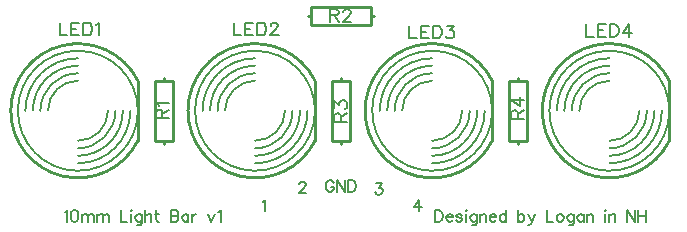
<source format=gto>
G04 Layer: TopSilkLayer*
G04 EasyEDA v6.4.25, 2022-01-16T12:25:19--5:00*
G04 Gerber Generator version 0.2*
G04 Scale: 100 percent, Rotated: No, Reflected: No *
G04 Dimensions in millimeters *
G04 leading zeros omitted , absolute positions ,4 integer and 5 decimal *
%FSLAX45Y45*%
%MOMM*%

%ADD10C,0.2540*%
%ADD15C,0.1270*%
%ADD16C,0.2032*%
%ADD17C,0.1524*%

%LPD*%
D16*
X2938272Y-1610868D02*
G01*
X2933954Y-1601723D01*
X2924809Y-1592834D01*
X2915665Y-1588262D01*
X2897377Y-1588262D01*
X2888488Y-1592834D01*
X2879343Y-1601723D01*
X2874772Y-1610868D01*
X2870200Y-1624584D01*
X2870200Y-1647189D01*
X2874772Y-1660905D01*
X2879343Y-1670050D01*
X2888488Y-1679194D01*
X2897377Y-1683765D01*
X2915665Y-1683765D01*
X2924809Y-1679194D01*
X2933954Y-1670050D01*
X2938272Y-1660905D01*
X2938272Y-1647189D01*
X2915665Y-1647189D02*
G01*
X2938272Y-1647189D01*
X2968497Y-1588262D02*
G01*
X2968497Y-1683765D01*
X2968497Y-1588262D02*
G01*
X3031997Y-1683765D01*
X3031997Y-1588262D02*
G01*
X3031997Y-1683765D01*
X3061970Y-1588262D02*
G01*
X3061970Y-1683765D01*
X3061970Y-1588262D02*
G01*
X3093720Y-1588262D01*
X3107436Y-1592834D01*
X3116579Y-1601723D01*
X3121152Y-1610868D01*
X3125724Y-1624584D01*
X3125724Y-1647189D01*
X3121152Y-1660905D01*
X3116579Y-1670050D01*
X3107436Y-1679194D01*
X3093720Y-1683765D01*
X3061970Y-1683765D01*
X2336800Y-1771395D02*
G01*
X2345943Y-1766823D01*
X2359406Y-1753362D01*
X2359406Y-1848865D01*
X2646172Y-1623568D02*
G01*
X2646172Y-1618995D01*
X2650743Y-1610105D01*
X2655315Y-1605534D01*
X2664206Y-1600962D01*
X2682493Y-1600962D01*
X2691638Y-1605534D01*
X2696209Y-1610105D01*
X2700781Y-1618995D01*
X2700781Y-1628139D01*
X2696209Y-1637284D01*
X2687065Y-1651000D01*
X2641600Y-1696465D01*
X2705354Y-1696465D01*
X3298443Y-1613662D02*
G01*
X3348481Y-1613662D01*
X3321050Y-1649984D01*
X3334765Y-1649984D01*
X3343909Y-1654555D01*
X3348481Y-1659128D01*
X3353054Y-1672589D01*
X3353054Y-1681734D01*
X3348481Y-1695450D01*
X3339338Y-1704594D01*
X3325622Y-1709165D01*
X3311906Y-1709165D01*
X3298443Y-1704594D01*
X3293872Y-1700021D01*
X3289300Y-1690878D01*
X3664965Y-1753362D02*
G01*
X3619500Y-1816862D01*
X3687572Y-1816862D01*
X3664965Y-1753362D02*
G01*
X3664965Y-1848865D01*
X660400Y-1860295D02*
G01*
X669544Y-1855723D01*
X683005Y-1842262D01*
X683005Y-1937765D01*
X740410Y-1842262D02*
G01*
X726694Y-1846834D01*
X717550Y-1860295D01*
X713231Y-1883155D01*
X713231Y-1896618D01*
X717550Y-1919478D01*
X726694Y-1933194D01*
X740410Y-1937765D01*
X749554Y-1937765D01*
X763015Y-1933194D01*
X772160Y-1919478D01*
X776731Y-1896618D01*
X776731Y-1883155D01*
X772160Y-1860295D01*
X763015Y-1846834D01*
X749554Y-1842262D01*
X740410Y-1842262D01*
X806704Y-1874012D02*
G01*
X806704Y-1937765D01*
X806704Y-1892300D02*
G01*
X820420Y-1878584D01*
X829563Y-1874012D01*
X843026Y-1874012D01*
X852170Y-1878584D01*
X856742Y-1892300D01*
X856742Y-1937765D01*
X856742Y-1892300D02*
G01*
X870457Y-1878584D01*
X879602Y-1874012D01*
X893063Y-1874012D01*
X902207Y-1878584D01*
X906779Y-1892300D01*
X906779Y-1937765D01*
X936752Y-1874012D02*
G01*
X936752Y-1937765D01*
X936752Y-1892300D02*
G01*
X950468Y-1878584D01*
X959612Y-1874012D01*
X973073Y-1874012D01*
X982218Y-1878584D01*
X986789Y-1892300D01*
X986789Y-1937765D01*
X986789Y-1892300D02*
G01*
X1000505Y-1878584D01*
X1009395Y-1874012D01*
X1023112Y-1874012D01*
X1032255Y-1878584D01*
X1036828Y-1892300D01*
X1036828Y-1937765D01*
X1136650Y-1842262D02*
G01*
X1136650Y-1937765D01*
X1136650Y-1937765D02*
G01*
X1191260Y-1937765D01*
X1221231Y-1842262D02*
G01*
X1225804Y-1846834D01*
X1230376Y-1842262D01*
X1225804Y-1837689D01*
X1221231Y-1842262D01*
X1225804Y-1874012D02*
G01*
X1225804Y-1937765D01*
X1314957Y-1874012D02*
G01*
X1314957Y-1946655D01*
X1310386Y-1960371D01*
X1305813Y-1964944D01*
X1296670Y-1969515D01*
X1283207Y-1969515D01*
X1274063Y-1964944D01*
X1314957Y-1887728D02*
G01*
X1305813Y-1878584D01*
X1296670Y-1874012D01*
X1283207Y-1874012D01*
X1274063Y-1878584D01*
X1264920Y-1887728D01*
X1260347Y-1901189D01*
X1260347Y-1910334D01*
X1264920Y-1924050D01*
X1274063Y-1933194D01*
X1283207Y-1937765D01*
X1296670Y-1937765D01*
X1305813Y-1933194D01*
X1314957Y-1924050D01*
X1344929Y-1842262D02*
G01*
X1344929Y-1937765D01*
X1344929Y-1892300D02*
G01*
X1358645Y-1878584D01*
X1367789Y-1874012D01*
X1381252Y-1874012D01*
X1390395Y-1878584D01*
X1394968Y-1892300D01*
X1394968Y-1937765D01*
X1438655Y-1842262D02*
G01*
X1438655Y-1919478D01*
X1443228Y-1933194D01*
X1452118Y-1937765D01*
X1461262Y-1937765D01*
X1424939Y-1874012D02*
G01*
X1456689Y-1874012D01*
X1561337Y-1842262D02*
G01*
X1561337Y-1937765D01*
X1561337Y-1842262D02*
G01*
X1602231Y-1842262D01*
X1615947Y-1846834D01*
X1620520Y-1851405D01*
X1624837Y-1860295D01*
X1624837Y-1869439D01*
X1620520Y-1878584D01*
X1615947Y-1883155D01*
X1602231Y-1887728D01*
X1561337Y-1887728D02*
G01*
X1602231Y-1887728D01*
X1615947Y-1892300D01*
X1620520Y-1896618D01*
X1624837Y-1905762D01*
X1624837Y-1919478D01*
X1620520Y-1928621D01*
X1615947Y-1933194D01*
X1602231Y-1937765D01*
X1561337Y-1937765D01*
X1709420Y-1874012D02*
G01*
X1709420Y-1937765D01*
X1709420Y-1887728D02*
G01*
X1700276Y-1878584D01*
X1691386Y-1874012D01*
X1677670Y-1874012D01*
X1668526Y-1878584D01*
X1659381Y-1887728D01*
X1655063Y-1901189D01*
X1655063Y-1910334D01*
X1659381Y-1924050D01*
X1668526Y-1933194D01*
X1677670Y-1937765D01*
X1691386Y-1937765D01*
X1700276Y-1933194D01*
X1709420Y-1924050D01*
X1739392Y-1874012D02*
G01*
X1739392Y-1937765D01*
X1739392Y-1901189D02*
G01*
X1743963Y-1887728D01*
X1753107Y-1878584D01*
X1762252Y-1874012D01*
X1775968Y-1874012D01*
X1875789Y-1874012D02*
G01*
X1903221Y-1937765D01*
X1930400Y-1874012D02*
G01*
X1903221Y-1937765D01*
X1960372Y-1860295D02*
G01*
X1969515Y-1855723D01*
X1983231Y-1842262D01*
X1983231Y-1937765D01*
X3797300Y-1842262D02*
G01*
X3797300Y-1937765D01*
X3797300Y-1842262D02*
G01*
X3829050Y-1842262D01*
X3842765Y-1846834D01*
X3851909Y-1855723D01*
X3856481Y-1864868D01*
X3861054Y-1878584D01*
X3861054Y-1901189D01*
X3856481Y-1914905D01*
X3851909Y-1924050D01*
X3842765Y-1933194D01*
X3829050Y-1937765D01*
X3797300Y-1937765D01*
X3891025Y-1901189D02*
G01*
X3945381Y-1901189D01*
X3945381Y-1892300D01*
X3940809Y-1883155D01*
X3936491Y-1878584D01*
X3927347Y-1874012D01*
X3913631Y-1874012D01*
X3904488Y-1878584D01*
X3895597Y-1887728D01*
X3891025Y-1901189D01*
X3891025Y-1910334D01*
X3895597Y-1924050D01*
X3904488Y-1933194D01*
X3913631Y-1937765D01*
X3927347Y-1937765D01*
X3936491Y-1933194D01*
X3945381Y-1924050D01*
X4025391Y-1887728D02*
G01*
X4020820Y-1878584D01*
X4007358Y-1874012D01*
X3993641Y-1874012D01*
X3979925Y-1878584D01*
X3975608Y-1887728D01*
X3979925Y-1896618D01*
X3989070Y-1901189D01*
X4011929Y-1905762D01*
X4020820Y-1910334D01*
X4025391Y-1919478D01*
X4025391Y-1924050D01*
X4020820Y-1933194D01*
X4007358Y-1937765D01*
X3993641Y-1937765D01*
X3979925Y-1933194D01*
X3975608Y-1924050D01*
X4055363Y-1842262D02*
G01*
X4059936Y-1846834D01*
X4064508Y-1842262D01*
X4059936Y-1837689D01*
X4055363Y-1842262D01*
X4059936Y-1874012D02*
G01*
X4059936Y-1937765D01*
X4149090Y-1874012D02*
G01*
X4149090Y-1946655D01*
X4144518Y-1960371D01*
X4139945Y-1964944D01*
X4131056Y-1969515D01*
X4117340Y-1969515D01*
X4108195Y-1964944D01*
X4149090Y-1887728D02*
G01*
X4139945Y-1878584D01*
X4131056Y-1874012D01*
X4117340Y-1874012D01*
X4108195Y-1878584D01*
X4099052Y-1887728D01*
X4094479Y-1901189D01*
X4094479Y-1910334D01*
X4099052Y-1924050D01*
X4108195Y-1933194D01*
X4117340Y-1937765D01*
X4131056Y-1937765D01*
X4139945Y-1933194D01*
X4149090Y-1924050D01*
X4179061Y-1874012D02*
G01*
X4179061Y-1937765D01*
X4179061Y-1892300D02*
G01*
X4192777Y-1878584D01*
X4201922Y-1874012D01*
X4215384Y-1874012D01*
X4224527Y-1878584D01*
X4229100Y-1892300D01*
X4229100Y-1937765D01*
X4259072Y-1901189D02*
G01*
X4313681Y-1901189D01*
X4313681Y-1892300D01*
X4309109Y-1883155D01*
X4304538Y-1878584D01*
X4295393Y-1874012D01*
X4281931Y-1874012D01*
X4272788Y-1878584D01*
X4263643Y-1887728D01*
X4259072Y-1901189D01*
X4259072Y-1910334D01*
X4263643Y-1924050D01*
X4272788Y-1933194D01*
X4281931Y-1937765D01*
X4295393Y-1937765D01*
X4304538Y-1933194D01*
X4313681Y-1924050D01*
X4398263Y-1842262D02*
G01*
X4398263Y-1937765D01*
X4398263Y-1887728D02*
G01*
X4389120Y-1878584D01*
X4379975Y-1874012D01*
X4366513Y-1874012D01*
X4357370Y-1878584D01*
X4348225Y-1887728D01*
X4343654Y-1901189D01*
X4343654Y-1910334D01*
X4348225Y-1924050D01*
X4357370Y-1933194D01*
X4366513Y-1937765D01*
X4379975Y-1937765D01*
X4389120Y-1933194D01*
X4398263Y-1924050D01*
X4498086Y-1842262D02*
G01*
X4498086Y-1937765D01*
X4498086Y-1887728D02*
G01*
X4507229Y-1878584D01*
X4516374Y-1874012D01*
X4530090Y-1874012D01*
X4539234Y-1878584D01*
X4548124Y-1887728D01*
X4552695Y-1901189D01*
X4552695Y-1910334D01*
X4548124Y-1924050D01*
X4539234Y-1933194D01*
X4530090Y-1937765D01*
X4516374Y-1937765D01*
X4507229Y-1933194D01*
X4498086Y-1924050D01*
X4587240Y-1874012D02*
G01*
X4614672Y-1937765D01*
X4641850Y-1874012D02*
G01*
X4614672Y-1937765D01*
X4605527Y-1955800D01*
X4596384Y-1964944D01*
X4587240Y-1969515D01*
X4582668Y-1969515D01*
X4741925Y-1842262D02*
G01*
X4741925Y-1937765D01*
X4741925Y-1937765D02*
G01*
X4796281Y-1937765D01*
X4849113Y-1874012D02*
G01*
X4839970Y-1878584D01*
X4830825Y-1887728D01*
X4826508Y-1901189D01*
X4826508Y-1910334D01*
X4830825Y-1924050D01*
X4839970Y-1933194D01*
X4849113Y-1937765D01*
X4862829Y-1937765D01*
X4871720Y-1933194D01*
X4880863Y-1924050D01*
X4885436Y-1910334D01*
X4885436Y-1901189D01*
X4880863Y-1887728D01*
X4871720Y-1878584D01*
X4862829Y-1874012D01*
X4849113Y-1874012D01*
X4970018Y-1874012D02*
G01*
X4970018Y-1946655D01*
X4965445Y-1960371D01*
X4960874Y-1964944D01*
X4951729Y-1969515D01*
X4938268Y-1969515D01*
X4929124Y-1964944D01*
X4970018Y-1887728D02*
G01*
X4960874Y-1878584D01*
X4951729Y-1874012D01*
X4938268Y-1874012D01*
X4929124Y-1878584D01*
X4919979Y-1887728D01*
X4915408Y-1901189D01*
X4915408Y-1910334D01*
X4919979Y-1924050D01*
X4929124Y-1933194D01*
X4938268Y-1937765D01*
X4951729Y-1937765D01*
X4960874Y-1933194D01*
X4970018Y-1924050D01*
X5054600Y-1874012D02*
G01*
X5054600Y-1937765D01*
X5054600Y-1887728D02*
G01*
X5045456Y-1878584D01*
X5036311Y-1874012D01*
X5022850Y-1874012D01*
X5013706Y-1878584D01*
X5004561Y-1887728D01*
X4999990Y-1901189D01*
X4999990Y-1910334D01*
X5004561Y-1924050D01*
X5013706Y-1933194D01*
X5022850Y-1937765D01*
X5036311Y-1937765D01*
X5045456Y-1933194D01*
X5054600Y-1924050D01*
X5084572Y-1874012D02*
G01*
X5084572Y-1937765D01*
X5084572Y-1892300D02*
G01*
X5098288Y-1878584D01*
X5107177Y-1874012D01*
X5120893Y-1874012D01*
X5130038Y-1878584D01*
X5134609Y-1892300D01*
X5134609Y-1937765D01*
X5234686Y-1842262D02*
G01*
X5239004Y-1846834D01*
X5243575Y-1842262D01*
X5239004Y-1837689D01*
X5234686Y-1842262D01*
X5239004Y-1874012D02*
G01*
X5239004Y-1937765D01*
X5273547Y-1874012D02*
G01*
X5273547Y-1937765D01*
X5273547Y-1892300D02*
G01*
X5287263Y-1878584D01*
X5296408Y-1874012D01*
X5310124Y-1874012D01*
X5319013Y-1878584D01*
X5323586Y-1892300D01*
X5323586Y-1937765D01*
X5423661Y-1842262D02*
G01*
X5423661Y-1937765D01*
X5423661Y-1842262D02*
G01*
X5487415Y-1937765D01*
X5487415Y-1842262D02*
G01*
X5487415Y-1937765D01*
X5517388Y-1842262D02*
G01*
X5517388Y-1937765D01*
X5580888Y-1842262D02*
G01*
X5580888Y-1937765D01*
X5517388Y-1887728D02*
G01*
X5580888Y-1887728D01*
D17*
X621499Y-252984D02*
G01*
X621499Y-361950D01*
X621499Y-361950D02*
G01*
X683729Y-361950D01*
X718019Y-252984D02*
G01*
X718019Y-361950D01*
X718019Y-252984D02*
G01*
X785583Y-252984D01*
X718019Y-304800D02*
G01*
X759675Y-304800D01*
X718019Y-361950D02*
G01*
X785583Y-361950D01*
X819873Y-252984D02*
G01*
X819873Y-361950D01*
X819873Y-252984D02*
G01*
X856449Y-252984D01*
X871943Y-258063D01*
X882357Y-268478D01*
X887437Y-278892D01*
X892771Y-294639D01*
X892771Y-320547D01*
X887437Y-336042D01*
X882357Y-346455D01*
X871943Y-356870D01*
X856449Y-361950D01*
X819873Y-361950D01*
X927061Y-273812D02*
G01*
X937475Y-268478D01*
X952969Y-252984D01*
X952969Y-361950D01*
X2094699Y-252984D02*
G01*
X2094699Y-361950D01*
X2094699Y-361950D02*
G01*
X2156929Y-361950D01*
X2191219Y-252984D02*
G01*
X2191219Y-361950D01*
X2191219Y-252984D02*
G01*
X2258783Y-252984D01*
X2191219Y-304800D02*
G01*
X2232875Y-304800D01*
X2191219Y-361950D02*
G01*
X2258783Y-361950D01*
X2293073Y-252984D02*
G01*
X2293073Y-361950D01*
X2293073Y-252984D02*
G01*
X2329649Y-252984D01*
X2345143Y-258063D01*
X2355557Y-268478D01*
X2360637Y-278892D01*
X2365971Y-294639D01*
X2365971Y-320547D01*
X2360637Y-336042D01*
X2355557Y-346455D01*
X2345143Y-356870D01*
X2329649Y-361950D01*
X2293073Y-361950D01*
X2405341Y-278892D02*
G01*
X2405341Y-273812D01*
X2410675Y-263397D01*
X2415755Y-258063D01*
X2426169Y-252984D01*
X2446997Y-252984D01*
X2457411Y-258063D01*
X2462491Y-263397D01*
X2467825Y-273812D01*
X2467825Y-284226D01*
X2462491Y-294639D01*
X2452077Y-310134D01*
X2400261Y-361950D01*
X2472905Y-361950D01*
X3580599Y-278384D02*
G01*
X3580599Y-387350D01*
X3580599Y-387350D02*
G01*
X3642829Y-387350D01*
X3677119Y-278384D02*
G01*
X3677119Y-387350D01*
X3677119Y-278384D02*
G01*
X3744683Y-278384D01*
X3677119Y-330200D02*
G01*
X3718775Y-330200D01*
X3677119Y-387350D02*
G01*
X3744683Y-387350D01*
X3778973Y-278384D02*
G01*
X3778973Y-387350D01*
X3778973Y-278384D02*
G01*
X3815549Y-278384D01*
X3831043Y-283463D01*
X3841457Y-293878D01*
X3846537Y-304292D01*
X3851871Y-320039D01*
X3851871Y-345947D01*
X3846537Y-361442D01*
X3841457Y-371855D01*
X3831043Y-382270D01*
X3815549Y-387350D01*
X3778973Y-387350D01*
X3896575Y-278384D02*
G01*
X3953725Y-278384D01*
X3922483Y-320039D01*
X3937977Y-320039D01*
X3948391Y-325120D01*
X3953725Y-330200D01*
X3958805Y-345947D01*
X3958805Y-356362D01*
X3953725Y-371855D01*
X3943311Y-382270D01*
X3927563Y-387350D01*
X3912069Y-387350D01*
X3896575Y-382270D01*
X3891241Y-377189D01*
X3886161Y-366776D01*
X5079199Y-265684D02*
G01*
X5079199Y-374650D01*
X5079199Y-374650D02*
G01*
X5141429Y-374650D01*
X5175719Y-265684D02*
G01*
X5175719Y-374650D01*
X5175719Y-265684D02*
G01*
X5243283Y-265684D01*
X5175719Y-317500D02*
G01*
X5217375Y-317500D01*
X5175719Y-374650D02*
G01*
X5243283Y-374650D01*
X5277573Y-265684D02*
G01*
X5277573Y-374650D01*
X5277573Y-265684D02*
G01*
X5314149Y-265684D01*
X5329643Y-270763D01*
X5340057Y-281178D01*
X5345137Y-291592D01*
X5350471Y-307339D01*
X5350471Y-333247D01*
X5345137Y-348742D01*
X5340057Y-359155D01*
X5329643Y-369570D01*
X5314149Y-374650D01*
X5277573Y-374650D01*
X5436577Y-265684D02*
G01*
X5384761Y-338328D01*
X5462739Y-338328D01*
X5436577Y-265684D02*
G01*
X5436577Y-374650D01*
X1435483Y-1063500D02*
G01*
X1544449Y-1063500D01*
X1435483Y-1063500D02*
G01*
X1435483Y-1016764D01*
X1440563Y-1001270D01*
X1445897Y-995936D01*
X1456311Y-990856D01*
X1466725Y-990856D01*
X1477139Y-995936D01*
X1482219Y-1001270D01*
X1487299Y-1016764D01*
X1487299Y-1063500D01*
X1487299Y-1027178D02*
G01*
X1544449Y-990856D01*
X1456311Y-956566D02*
G01*
X1450977Y-946152D01*
X1435483Y-930404D01*
X1544449Y-930404D01*
X2908300Y-139484D02*
G01*
X2908300Y-248450D01*
X2908300Y-139484D02*
G01*
X2955036Y-139484D01*
X2970529Y-144564D01*
X2975863Y-149898D01*
X2980943Y-160312D01*
X2980943Y-170726D01*
X2975863Y-181140D01*
X2970529Y-186220D01*
X2955036Y-191300D01*
X2908300Y-191300D01*
X2944622Y-191300D02*
G01*
X2980943Y-248450D01*
X3020568Y-165392D02*
G01*
X3020568Y-160312D01*
X3025647Y-149898D01*
X3030981Y-144564D01*
X3041395Y-139484D01*
X3061970Y-139484D01*
X3072384Y-144564D01*
X3077718Y-149898D01*
X3082797Y-160312D01*
X3082797Y-170726D01*
X3077718Y-181140D01*
X3067304Y-196634D01*
X3015234Y-248450D01*
X3088131Y-248450D01*
X2945384Y-1092200D02*
G01*
X3054350Y-1092200D01*
X2945384Y-1092200D02*
G01*
X2945384Y-1045463D01*
X2950463Y-1029970D01*
X2955797Y-1024636D01*
X2966211Y-1019555D01*
X2976625Y-1019555D01*
X2987040Y-1024636D01*
X2992120Y-1029970D01*
X2997200Y-1045463D01*
X2997200Y-1092200D01*
X2997200Y-1055878D02*
G01*
X3054350Y-1019555D01*
X2945384Y-974852D02*
G01*
X2945384Y-917702D01*
X2987040Y-948689D01*
X2987040Y-933195D01*
X2992120Y-922781D01*
X2997200Y-917702D01*
X3012947Y-912368D01*
X3023361Y-912368D01*
X3038856Y-917702D01*
X3049270Y-928115D01*
X3054350Y-943610D01*
X3054350Y-959104D01*
X3049270Y-974852D01*
X3044190Y-979931D01*
X3033775Y-985265D01*
X4443984Y-1066800D02*
G01*
X4552950Y-1066800D01*
X4443984Y-1066800D02*
G01*
X4443984Y-1020063D01*
X4449063Y-1004570D01*
X4454397Y-999236D01*
X4464811Y-994155D01*
X4475225Y-994155D01*
X4485640Y-999236D01*
X4490720Y-1004570D01*
X4495800Y-1020063D01*
X4495800Y-1066800D01*
X4495800Y-1030478D02*
G01*
X4552950Y-994155D01*
X4443984Y-907795D02*
G01*
X4516627Y-959865D01*
X4516627Y-881887D01*
X4443984Y-907795D02*
G01*
X4552950Y-907795D01*
D10*
X1281000Y-746000D02*
G01*
X1281000Y-1254000D01*
X2781000Y-746000D02*
G01*
X2781000Y-1254000D01*
X4280999Y-746000D02*
G01*
X4280999Y-1254000D01*
X5780999Y-746000D02*
G01*
X5780999Y-1254000D01*
X1499999Y-1254000D02*
G01*
X1499999Y-1279400D01*
X1499999Y-746000D02*
G01*
X1499999Y-720600D01*
X1499999Y-1254000D02*
G01*
X1423799Y-1254000D01*
X1576199Y-1254000D02*
G01*
X1499999Y-1254000D01*
X1576199Y-746000D02*
G01*
X1576199Y-1254000D01*
X1499999Y-746000D02*
G01*
X1576199Y-746000D01*
X1423799Y-746000D02*
G01*
X1499999Y-746000D01*
X1423799Y-1254000D02*
G01*
X1423799Y-746000D01*
X2745999Y-199999D02*
G01*
X2720599Y-199999D01*
X3253999Y-199999D02*
G01*
X3279399Y-199999D01*
X2745999Y-199999D02*
G01*
X2745999Y-123799D01*
X2745999Y-276199D02*
G01*
X2745999Y-199999D01*
X3253999Y-276199D02*
G01*
X2745999Y-276199D01*
X3253999Y-199999D02*
G01*
X3253999Y-276199D01*
X3253999Y-123799D02*
G01*
X3253999Y-199999D01*
X2745999Y-123799D02*
G01*
X3253999Y-123799D01*
X2999999Y-1254000D02*
G01*
X2999999Y-1279400D01*
X2999999Y-746000D02*
G01*
X2999999Y-720600D01*
X2999999Y-1254000D02*
G01*
X2923799Y-1254000D01*
X3076199Y-1254000D02*
G01*
X2999999Y-1254000D01*
X3076199Y-746000D02*
G01*
X3076199Y-1254000D01*
X2999999Y-746000D02*
G01*
X3076199Y-746000D01*
X2923799Y-746000D02*
G01*
X2999999Y-746000D01*
X2923799Y-1254000D02*
G01*
X2923799Y-746000D01*
X4500001Y-1254000D02*
G01*
X4500001Y-1279400D01*
X4500001Y-746000D02*
G01*
X4500001Y-720600D01*
X4500001Y-1254000D02*
G01*
X4423801Y-1254000D01*
X4576201Y-1254000D02*
G01*
X4500001Y-1254000D01*
X4576201Y-746000D02*
G01*
X4576201Y-1254000D01*
X4500001Y-746000D02*
G01*
X4576201Y-746000D01*
X4423801Y-746000D02*
G01*
X4500001Y-746000D01*
X4423801Y-1254000D02*
G01*
X4423801Y-746000D01*
G75*
G01*
X1281001Y-1254001D02*
G02*
X1281001Y-746001I-508009J254000D01*
D15*
G75*
G01*
X1217501Y-1000001D02*
G02*
X773001Y-1444501I-444500J0D01*
G75*
G01*
X1154001Y-1000001D02*
G02*
X773001Y-1381001I-381000J0D01*
G75*
G01*
X1090501Y-1000001D02*
G02*
X773001Y-1317501I-317500J0D01*
G75*
G01*
X1027001Y-1000001D02*
G02*
X773001Y-1254001I-254000J0D01*
G75*
G01*
X328501Y-1000001D02*
G02*
X773001Y-555501I444500J0D01*
G75*
G01*
X392001Y-1000001D02*
G02*
X773001Y-619001I381000J0D01*
G75*
G01*
X455501Y-1000001D02*
G02*
X773001Y-682501I317500J0D01*
G75*
G01*
X519001Y-1000001D02*
G02*
X773001Y-746001I254000J0D01*
G75*
G01*
X1281001Y-1000001D02*
G03*
X1280874Y-1011177I-508000J184D01*
D10*
G75*
G01*
X2781000Y-1254001D02*
G02*
X2781000Y-746001I-508009J254000D01*
D15*
G75*
G01*
X2717500Y-1000001D02*
G02*
X2273000Y-1444501I-444500J0D01*
G75*
G01*
X2654000Y-1000001D02*
G02*
X2273000Y-1381001I-381000J0D01*
G75*
G01*
X2590500Y-1000001D02*
G02*
X2273000Y-1317501I-317500J0D01*
G75*
G01*
X2527000Y-1000001D02*
G02*
X2273000Y-1254001I-254000J0D01*
G75*
G01*
X1828500Y-1000001D02*
G02*
X2273000Y-555501I444500J0D01*
G75*
G01*
X1892000Y-1000001D02*
G02*
X2273000Y-619001I381000J0D01*
G75*
G01*
X1955500Y-1000001D02*
G02*
X2273000Y-682501I317500J0D01*
G75*
G01*
X2019000Y-1000001D02*
G02*
X2273000Y-746001I254000J0D01*
G75*
G01*
X2781000Y-1000001D02*
G03*
X2780873Y-1011177I-508000J184D01*
D10*
G75*
G01*
X4281000Y-1254001D02*
G02*
X4281000Y-746001I-508009J254000D01*
D15*
G75*
G01*
X4217500Y-1000001D02*
G02*
X3773000Y-1444501I-444500J0D01*
G75*
G01*
X4154000Y-1000001D02*
G02*
X3773000Y-1381001I-381000J0D01*
G75*
G01*
X4090500Y-1000001D02*
G02*
X3773000Y-1317501I-317500J0D01*
G75*
G01*
X4027000Y-1000001D02*
G02*
X3773000Y-1254001I-254000J0D01*
G75*
G01*
X3328500Y-1000001D02*
G02*
X3773000Y-555501I444500J0D01*
G75*
G01*
X3392000Y-1000001D02*
G02*
X3773000Y-619001I381000J0D01*
G75*
G01*
X3455500Y-1000001D02*
G02*
X3773000Y-682501I317500J0D01*
G75*
G01*
X3519000Y-1000001D02*
G02*
X3773000Y-746001I254000J0D01*
G75*
G01*
X4281000Y-1000001D02*
G03*
X4280873Y-1011177I-508000J184D01*
D10*
G75*
G01*
X5780999Y-1254001D02*
G02*
X5780999Y-746001I-508009J254000D01*
D15*
G75*
G01*
X5717499Y-1000001D02*
G02*
X5272999Y-1444501I-444500J0D01*
G75*
G01*
X5653999Y-1000001D02*
G02*
X5272999Y-1381001I-381000J0D01*
G75*
G01*
X5590499Y-1000001D02*
G02*
X5272999Y-1317501I-317500J0D01*
G75*
G01*
X5526999Y-1000001D02*
G02*
X5272999Y-1254001I-254000J0D01*
G75*
G01*
X4828499Y-1000001D02*
G02*
X5272999Y-555501I444500J0D01*
G75*
G01*
X4891999Y-1000001D02*
G02*
X5272999Y-619001I381000J0D01*
G75*
G01*
X4955499Y-1000001D02*
G02*
X5272999Y-682501I317500J0D01*
G75*
G01*
X5018999Y-1000001D02*
G02*
X5272999Y-746001I254000J0D01*
G75*
G01*
X5780999Y-1000001D02*
G03*
X5780872Y-1011177I-508000J184D01*
M02*

</source>
